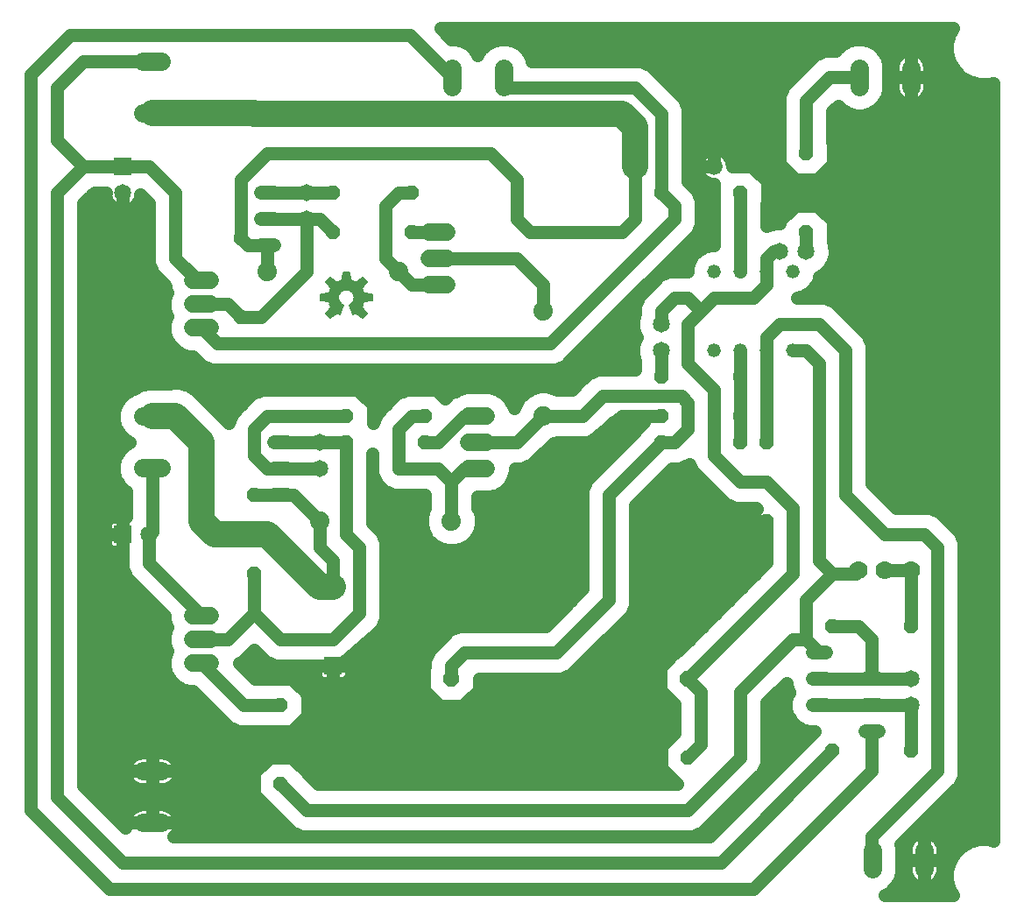
<source format=gbl>
G75*
%MOIN*%
%OFA0B0*%
%FSLAX24Y24*%
%IPPOS*%
%LPD*%
%AMOC8*
5,1,8,0,0,1.08239X$1,22.5*
%
%ADD10C,0.0520*%
%ADD11OC8,0.0520*%
%ADD12C,0.0650*%
%ADD13C,0.0520*%
%ADD14C,0.0700*%
%ADD15C,0.0660*%
%ADD16C,0.0059*%
%ADD17OC8,0.0600*%
%ADD18C,0.0660*%
%ADD19R,0.0650X0.0650*%
%ADD20C,0.0740*%
%ADD21C,0.0700*%
%ADD22C,0.0500*%
%ADD23C,0.0160*%
%ADD24C,0.1000*%
D10*
X028850Y024000D03*
X029850Y024000D03*
X030850Y024000D03*
X031850Y024000D03*
X031850Y027000D03*
X030850Y027000D03*
X029850Y027000D03*
X028850Y027000D03*
D11*
X029850Y030000D03*
X032350Y028500D03*
X032350Y031500D03*
X026850Y030000D03*
X026850Y023000D03*
X026850Y021500D03*
X026850Y020500D03*
X029850Y020500D03*
X030850Y020500D03*
X029850Y021500D03*
X029850Y023000D03*
X030850Y017500D03*
X033350Y013500D03*
X036350Y013500D03*
X036350Y008750D03*
X033350Y008750D03*
X027850Y008500D03*
X024850Y008500D03*
X012350Y007500D03*
X012350Y010500D03*
X011350Y015500D03*
X011350Y018500D03*
X014850Y020500D03*
X014850Y021500D03*
X017850Y021500D03*
X017850Y020500D03*
X010850Y025250D03*
X010850Y028250D03*
X014350Y028500D03*
X014350Y030000D03*
X017350Y030000D03*
X017350Y028500D03*
D12*
X013350Y029000D03*
X013350Y030000D03*
X006350Y030000D03*
X013850Y020500D03*
X013850Y019500D03*
X007350Y017000D03*
X026850Y024000D03*
X026850Y025000D03*
X031350Y027750D03*
X032350Y027750D03*
X036350Y011500D03*
X036350Y010500D03*
D13*
X035110Y010500D02*
X034590Y010500D01*
X034590Y009500D02*
X035110Y009500D01*
X035110Y011500D02*
X034590Y011500D01*
X033110Y011500D02*
X032590Y011500D01*
X032590Y010500D02*
X033110Y010500D01*
X033110Y012500D02*
X032590Y012500D01*
X012610Y018500D02*
X012090Y018500D01*
X012090Y019500D02*
X012610Y019500D01*
X012610Y020500D02*
X012090Y020500D01*
X012110Y028000D02*
X011590Y028000D01*
X011590Y029000D02*
X012110Y029000D01*
X012110Y030000D02*
X011590Y030000D01*
D14*
X007806Y033016D02*
X007106Y033016D01*
X007106Y034984D02*
X007806Y034984D01*
X018866Y034744D02*
X018866Y034044D01*
X020834Y034044D02*
X020834Y034744D01*
X034366Y034744D02*
X034366Y034044D01*
X036334Y034044D02*
X036334Y034744D01*
X007806Y021484D02*
X007106Y021484D01*
X007106Y019516D02*
X007806Y019516D01*
X007806Y007984D02*
X007106Y007984D01*
X007106Y006016D02*
X007806Y006016D01*
X034866Y004956D02*
X034866Y004256D01*
X036834Y004256D02*
X036834Y004956D01*
D15*
X020180Y019500D02*
X019520Y019500D01*
X019520Y020500D02*
X020180Y020500D01*
X020180Y021500D02*
X019520Y021500D01*
X018680Y026500D02*
X018020Y026500D01*
X018020Y027500D02*
X018680Y027500D01*
X018680Y028500D02*
X018020Y028500D01*
X009680Y026650D02*
X009020Y026650D01*
X009020Y025750D02*
X009680Y025750D01*
X009680Y024850D02*
X009020Y024850D01*
X009020Y013900D02*
X009680Y013900D01*
X009680Y013000D02*
X009020Y013000D01*
X009020Y012100D02*
X009680Y012100D01*
D16*
X014244Y025224D02*
X014491Y025426D01*
X014591Y025375D01*
X014732Y025716D01*
X014679Y025744D01*
X014632Y025782D01*
X014594Y025829D01*
X014566Y025882D01*
X014548Y025940D01*
X014542Y026000D01*
X014549Y026063D01*
X014568Y026123D01*
X014599Y026178D01*
X014641Y026225D01*
X014691Y026263D01*
X014748Y026290D01*
X014810Y026305D01*
X014873Y026307D01*
X014935Y026296D01*
X014994Y026272D01*
X015046Y026237D01*
X015090Y026192D01*
X015125Y026139D01*
X015147Y026080D01*
X015157Y026017D01*
X015154Y025954D01*
X015138Y025893D01*
X015110Y025836D01*
X015072Y025787D01*
X015023Y025746D01*
X014968Y025716D01*
X015109Y025375D01*
X015209Y025426D01*
X015456Y025224D01*
X015626Y025394D01*
X015424Y025641D01*
X015475Y025741D01*
X015509Y025848D01*
X015827Y025880D01*
X015827Y026120D01*
X015509Y026152D01*
X015475Y026259D01*
X015424Y026359D01*
X015626Y026606D01*
X015456Y026776D01*
X015209Y026574D01*
X015109Y026625D01*
X015002Y026659D01*
X014970Y026977D01*
X014730Y026977D01*
X014698Y026659D01*
X014591Y026625D01*
X014491Y026574D01*
X014244Y026776D01*
X014074Y026606D01*
X014276Y026359D01*
X014225Y026259D01*
X014191Y026152D01*
X013873Y026120D01*
X013873Y025880D01*
X014191Y025848D01*
X014225Y025741D01*
X014276Y025641D01*
X014074Y025394D01*
X014244Y025224D01*
X014212Y025256D02*
X014283Y025256D01*
X014353Y025313D02*
X014155Y025313D01*
X014097Y025371D02*
X014424Y025371D01*
X014613Y025429D02*
X014103Y025429D01*
X014150Y025486D02*
X014637Y025486D01*
X014661Y025544D02*
X014196Y025544D01*
X014243Y025601D02*
X014685Y025601D01*
X014709Y025659D02*
X014267Y025659D01*
X014238Y025716D02*
X014731Y025716D01*
X014643Y025774D02*
X014214Y025774D01*
X014196Y025831D02*
X014593Y025831D01*
X014564Y025889D02*
X013873Y025889D01*
X013873Y025947D02*
X014548Y025947D01*
X014543Y026004D02*
X013873Y026004D01*
X013873Y026062D02*
X014549Y026062D01*
X014567Y026119D02*
X013873Y026119D01*
X014199Y026177D02*
X014598Y026177D01*
X014653Y026234D02*
X014217Y026234D01*
X014242Y026292D02*
X014755Y026292D01*
X014944Y026292D02*
X015458Y026292D01*
X015483Y026234D02*
X015049Y026234D01*
X015100Y026177D02*
X015501Y026177D01*
X015429Y026349D02*
X014271Y026349D01*
X014237Y026407D02*
X015463Y026407D01*
X015510Y026465D02*
X014190Y026465D01*
X014143Y026522D02*
X015557Y026522D01*
X015604Y026580D02*
X015216Y026580D01*
X015197Y026580D02*
X014503Y026580D01*
X014484Y026580D02*
X014096Y026580D01*
X014106Y026637D02*
X014414Y026637D01*
X014343Y026695D02*
X014163Y026695D01*
X014221Y026752D02*
X014272Y026752D01*
X014629Y026637D02*
X015071Y026637D01*
X014999Y026695D02*
X014701Y026695D01*
X014707Y026752D02*
X014993Y026752D01*
X014987Y026810D02*
X014713Y026810D01*
X014719Y026867D02*
X014981Y026867D01*
X014975Y026925D02*
X014725Y026925D01*
X015286Y026637D02*
X015594Y026637D01*
X015537Y026695D02*
X015357Y026695D01*
X015428Y026752D02*
X015479Y026752D01*
X015132Y026119D02*
X015827Y026119D01*
X015827Y026062D02*
X015150Y026062D01*
X015156Y026004D02*
X015827Y026004D01*
X015827Y025947D02*
X015152Y025947D01*
X015136Y025889D02*
X015827Y025889D01*
X015504Y025831D02*
X015107Y025831D01*
X015057Y025774D02*
X015486Y025774D01*
X015462Y025716D02*
X014969Y025716D01*
X014991Y025659D02*
X015433Y025659D01*
X015457Y025601D02*
X015015Y025601D01*
X015039Y025544D02*
X015504Y025544D01*
X015550Y025486D02*
X015063Y025486D01*
X015087Y025429D02*
X015597Y025429D01*
X015603Y025371D02*
X015276Y025371D01*
X015347Y025313D02*
X015545Y025313D01*
X015488Y025256D02*
X015417Y025256D01*
D17*
X018850Y011500D03*
X027850Y011500D03*
D18*
X014350Y015000D03*
X028850Y031000D03*
D19*
X025850Y031000D03*
X006350Y031000D03*
X006350Y017000D03*
X014350Y012000D03*
D20*
X013850Y017500D03*
X018850Y017500D03*
X022350Y021500D03*
X022350Y025500D03*
X016850Y027000D03*
X011850Y027000D03*
D21*
X034350Y015625D03*
X035350Y015625D03*
X036350Y015625D03*
D22*
X030350Y003500D02*
X005850Y003500D01*
X002850Y006500D01*
X002850Y034500D01*
X004350Y036000D01*
X017259Y036000D01*
X018866Y034394D01*
X018866Y034484D02*
X018850Y034500D01*
X019850Y035239D02*
X019746Y035419D01*
X019541Y035624D01*
X019290Y035769D01*
X019011Y035844D01*
X018830Y035844D01*
X018428Y036246D01*
X037937Y036246D01*
X037814Y036033D01*
X037720Y035682D01*
X037720Y035318D01*
X037814Y034967D01*
X037996Y034653D01*
X038253Y034396D01*
X038567Y034214D01*
X038918Y034120D01*
X039282Y034120D01*
X039470Y034171D01*
X039470Y005329D01*
X039282Y005380D01*
X038918Y005380D01*
X038567Y005286D01*
X038253Y005104D01*
X037996Y004847D01*
X037814Y004533D01*
X037720Y004182D01*
X037720Y003818D01*
X037814Y003467D01*
X037940Y003250D01*
X035323Y003250D01*
X035541Y003376D01*
X035746Y003581D01*
X035891Y003832D01*
X035966Y004111D01*
X035966Y005101D01*
X035945Y005180D01*
X037916Y007152D01*
X038198Y007434D01*
X038350Y007801D01*
X038350Y016699D01*
X038198Y017066D01*
X037416Y017848D01*
X037049Y018000D01*
X035764Y018000D01*
X034850Y018914D01*
X034850Y024199D01*
X034698Y024566D01*
X034416Y024848D01*
X033698Y025566D01*
X033416Y025848D01*
X033049Y026000D01*
X032020Y026000D01*
X032240Y026059D01*
X032470Y026192D01*
X032658Y026380D01*
X032791Y026610D01*
X032840Y026791D01*
X033010Y026890D01*
X033210Y027090D01*
X033352Y027335D01*
X033425Y027608D01*
X033425Y027892D01*
X033360Y028134D01*
X033360Y028918D01*
X032768Y029510D01*
X031932Y029510D01*
X031340Y028918D01*
X031340Y028825D01*
X031208Y028825D01*
X030935Y028752D01*
X030932Y028750D01*
X030901Y028750D01*
X030850Y028729D01*
X030850Y029572D01*
X030860Y029582D01*
X030860Y030418D01*
X030268Y031010D01*
X029530Y031010D01*
X029530Y031045D01*
X029518Y031133D01*
X029495Y031219D01*
X029461Y031301D01*
X029417Y031379D01*
X029362Y031449D01*
X029299Y031512D01*
X029229Y031567D01*
X029151Y031611D01*
X029069Y031645D01*
X028983Y031668D01*
X028895Y031680D01*
X028850Y031680D01*
X028850Y031000D01*
X028850Y031000D01*
X028850Y031000D01*
X028170Y031000D01*
X028170Y031045D01*
X028182Y031133D01*
X028205Y031219D01*
X028239Y031301D01*
X028283Y031379D01*
X028338Y031449D01*
X028401Y031512D01*
X028471Y031567D01*
X028549Y031611D01*
X028631Y031645D01*
X028717Y031668D01*
X028805Y031680D01*
X028850Y031680D01*
X028850Y031000D01*
X028170Y031000D01*
X028170Y030955D01*
X028182Y030867D01*
X028205Y030781D01*
X028239Y030699D01*
X028283Y030621D01*
X028338Y030551D01*
X028401Y030488D01*
X028471Y030433D01*
X028549Y030389D01*
X028631Y030355D01*
X028717Y030332D01*
X028805Y030320D01*
X028840Y030320D01*
X028840Y029582D01*
X028850Y029572D01*
X028850Y028010D01*
X028717Y028010D01*
X028460Y027941D01*
X028230Y027808D01*
X028042Y027620D01*
X027909Y027390D01*
X027840Y027133D01*
X027840Y027000D01*
X027151Y027000D01*
X026784Y026848D01*
X026502Y026566D01*
X026002Y026066D01*
X025850Y025699D01*
X025850Y025418D01*
X025848Y025415D01*
X025775Y025142D01*
X025775Y024858D01*
X025848Y024585D01*
X025897Y024500D01*
X025848Y024415D01*
X025775Y024142D01*
X025775Y023858D01*
X025848Y023585D01*
X025850Y023582D01*
X025850Y023428D01*
X025840Y023418D01*
X025840Y023250D01*
X024401Y023250D01*
X024034Y023098D01*
X023752Y022816D01*
X023436Y022500D01*
X022858Y022500D01*
X022782Y022544D01*
X022497Y022620D01*
X022203Y022620D01*
X021918Y022544D01*
X021662Y022396D01*
X021454Y022188D01*
X021306Y021932D01*
X021284Y021848D01*
X021222Y021786D01*
X021186Y021917D01*
X021044Y022163D01*
X020843Y022364D01*
X020597Y022506D01*
X020322Y022580D01*
X019378Y022580D01*
X019103Y022506D01*
X018942Y022413D01*
X018784Y022348D01*
X018607Y022171D01*
X018268Y022510D01*
X017432Y022510D01*
X017422Y022500D01*
X017151Y022500D01*
X016784Y022348D01*
X016284Y021848D01*
X016002Y021566D01*
X015860Y021223D01*
X015860Y021918D01*
X015268Y022510D01*
X014432Y022510D01*
X014422Y022500D01*
X011651Y022500D01*
X011284Y022348D01*
X010784Y021848D01*
X010502Y021566D01*
X010367Y021239D01*
X010350Y021268D01*
X010118Y021500D01*
X009118Y022500D01*
X008832Y022665D01*
X008515Y022750D01*
X008185Y022750D01*
X008127Y022734D01*
X007292Y022734D01*
X006974Y022649D01*
X006775Y022534D01*
X006682Y022509D01*
X006431Y022364D01*
X006226Y022160D01*
X006081Y021909D01*
X006006Y021629D01*
X006006Y021339D01*
X006081Y021060D01*
X006226Y020809D01*
X006431Y020604D01*
X006611Y020500D01*
X006431Y020396D01*
X006226Y020191D01*
X006081Y019940D01*
X006006Y019661D01*
X006006Y019371D01*
X006081Y019091D01*
X006226Y018840D01*
X006431Y018636D01*
X006456Y018621D01*
X006456Y017675D01*
X006350Y017675D01*
X006350Y017418D01*
X006350Y017418D01*
X006350Y017675D01*
X005991Y017675D01*
X005923Y017662D01*
X005859Y017635D01*
X005802Y017597D01*
X005753Y017548D01*
X005715Y017491D01*
X005688Y017427D01*
X005675Y017359D01*
X005675Y017000D01*
X006275Y017000D01*
X006275Y017000D01*
X005675Y017000D01*
X005675Y016641D01*
X005688Y016573D01*
X005715Y016509D01*
X005753Y016452D01*
X005802Y016403D01*
X005859Y016365D01*
X005923Y016338D01*
X005991Y016325D01*
X006350Y016325D01*
X006350Y016582D01*
X006350Y015701D01*
X006502Y015334D01*
X007940Y013896D01*
X007940Y013758D01*
X008014Y013483D01*
X008033Y013450D01*
X008014Y013417D01*
X007940Y013142D01*
X007940Y012858D01*
X008014Y012583D01*
X008033Y012550D01*
X008014Y012517D01*
X007940Y012242D01*
X007940Y011958D01*
X008014Y011683D01*
X008156Y011437D01*
X008357Y011236D01*
X008603Y011094D01*
X008878Y011020D01*
X009016Y011020D01*
X010102Y009934D01*
X010384Y009652D01*
X010751Y009500D01*
X011922Y009500D01*
X011932Y009490D01*
X012768Y009490D01*
X013360Y010082D01*
X013360Y010918D01*
X012768Y011510D01*
X011932Y011510D01*
X011922Y011500D01*
X011364Y011500D01*
X010772Y012092D01*
X010916Y012152D01*
X011350Y012586D01*
X011784Y012152D01*
X012151Y012000D01*
X014350Y012000D01*
X014549Y012000D01*
X015025Y012000D01*
X015025Y012261D01*
X015198Y012434D01*
X016198Y013434D01*
X016350Y013801D01*
X016350Y016699D01*
X016198Y017066D01*
X015916Y017348D01*
X015850Y017414D01*
X015850Y020072D01*
X015850Y019301D01*
X016002Y018934D01*
X016284Y018652D01*
X016651Y018500D01*
X017850Y018500D01*
X017850Y018008D01*
X017806Y017932D01*
X017730Y017647D01*
X017730Y017353D01*
X017806Y017068D01*
X017954Y016812D01*
X018162Y016604D01*
X018418Y016456D01*
X018703Y016380D01*
X018997Y016380D01*
X019282Y016456D01*
X019538Y016604D01*
X019746Y016812D01*
X019894Y017068D01*
X019970Y017353D01*
X019970Y017647D01*
X019894Y017932D01*
X019850Y018008D01*
X019850Y018420D01*
X020322Y018420D01*
X020597Y018494D01*
X020843Y018636D01*
X021044Y018837D01*
X021186Y019083D01*
X021260Y019358D01*
X021260Y019500D01*
X021549Y019500D01*
X021916Y019652D01*
X022698Y020434D01*
X022782Y020456D01*
X022858Y020500D01*
X024049Y020500D01*
X024416Y020652D01*
X025014Y021250D01*
X026172Y021250D01*
X025840Y020918D01*
X025840Y020904D01*
X024002Y019066D01*
X023850Y018699D01*
X023850Y014914D01*
X022436Y013500D01*
X019151Y013500D01*
X018784Y013348D01*
X018502Y013066D01*
X018002Y012566D01*
X017850Y012199D01*
X017850Y011985D01*
X017800Y011935D01*
X017800Y011065D01*
X018415Y010450D01*
X019285Y010450D01*
X019900Y011065D01*
X019900Y011500D01*
X023049Y011500D01*
X023416Y011652D01*
X025698Y013934D01*
X025850Y014301D01*
X025850Y018086D01*
X027254Y019490D01*
X027268Y019490D01*
X027278Y019500D01*
X027549Y019500D01*
X027912Y019651D01*
X028002Y019434D01*
X028284Y019152D01*
X029284Y018152D01*
X029651Y018000D01*
X030436Y018000D01*
X030462Y017974D01*
X030240Y017753D01*
X030240Y017500D01*
X030850Y017500D01*
X030850Y015914D01*
X027486Y012550D01*
X027415Y012550D01*
X026800Y011935D01*
X026800Y011065D01*
X027350Y010515D01*
X027350Y009428D01*
X026840Y008918D01*
X026840Y008082D01*
X027422Y007500D01*
X013764Y007500D01*
X013360Y007904D01*
X013360Y007918D01*
X012768Y008510D01*
X011932Y008510D01*
X011340Y007918D01*
X011340Y007082D01*
X011932Y006490D01*
X011946Y006490D01*
X012502Y005934D01*
X012784Y005652D01*
X013151Y005500D01*
X028049Y005500D01*
X028416Y005652D01*
X030416Y007652D01*
X030698Y007934D01*
X030850Y008301D01*
X030850Y010586D01*
X031591Y011327D01*
X031649Y011110D01*
X031712Y011000D01*
X031649Y010890D01*
X031580Y010633D01*
X031580Y010367D01*
X031649Y010110D01*
X031782Y009880D01*
X031970Y009692D01*
X032200Y009559D01*
X032457Y009490D01*
X032662Y009490D01*
X032340Y009168D01*
X032340Y009154D01*
X028686Y005500D01*
X008280Y005500D01*
X008334Y005553D01*
X008390Y005626D01*
X008435Y005705D01*
X008471Y005790D01*
X008494Y005879D01*
X008506Y005970D01*
X008506Y006016D01*
X008506Y006062D01*
X008494Y006153D01*
X008471Y006241D01*
X008435Y006326D01*
X008390Y006405D01*
X008334Y006478D01*
X008269Y006543D01*
X008196Y006599D01*
X008117Y006645D01*
X008032Y006680D01*
X007943Y006704D01*
X007852Y006716D01*
X007456Y006716D01*
X007060Y006716D01*
X006969Y006704D01*
X006881Y006680D01*
X006796Y006645D01*
X006717Y006599D01*
X006644Y006543D01*
X006579Y006478D01*
X006523Y006405D01*
X006477Y006326D01*
X006442Y006241D01*
X006418Y006153D01*
X006406Y006062D01*
X006406Y006016D01*
X007456Y006016D01*
X007456Y006016D01*
X007456Y006716D01*
X007456Y006016D01*
X007456Y006016D01*
X006406Y006016D01*
X006406Y005970D01*
X006418Y005879D01*
X006430Y005834D01*
X004850Y007414D01*
X004850Y029586D01*
X005264Y030000D01*
X005695Y030000D01*
X005675Y030000D01*
X005675Y029956D01*
X005687Y029868D01*
X005709Y029783D01*
X005743Y029701D01*
X005788Y029624D01*
X005841Y029554D01*
X005904Y029491D01*
X005974Y029438D01*
X006051Y029393D01*
X006133Y029359D01*
X006218Y029337D01*
X006306Y029325D01*
X006350Y029325D01*
X006394Y029325D01*
X006482Y029337D01*
X006567Y029359D01*
X006649Y029393D01*
X006726Y029438D01*
X006796Y029491D01*
X006859Y029554D01*
X006912Y029624D01*
X006957Y029701D01*
X006991Y029783D01*
X007013Y029868D01*
X007020Y029916D01*
X007350Y029586D01*
X007350Y027301D01*
X007502Y026934D01*
X007944Y026491D01*
X008014Y026233D01*
X008033Y026200D01*
X008014Y026167D01*
X007940Y025892D01*
X007940Y025608D01*
X008014Y025333D01*
X008033Y025300D01*
X008014Y025267D01*
X007940Y024992D01*
X007940Y024708D01*
X008014Y024433D01*
X008156Y024187D01*
X008357Y023986D01*
X008603Y023844D01*
X008878Y023770D01*
X009016Y023770D01*
X009384Y023402D01*
X009751Y023250D01*
X022799Y023250D01*
X023166Y023402D01*
X023448Y023684D01*
X028198Y028434D01*
X028350Y028801D01*
X028350Y029699D01*
X028198Y030066D01*
X027916Y030348D01*
X027860Y030404D01*
X027860Y030418D01*
X027850Y030428D01*
X027850Y033199D01*
X027698Y033566D01*
X027416Y033848D01*
X026416Y034848D01*
X026049Y035000D01*
X021904Y035000D01*
X021859Y035168D01*
X021714Y035419D01*
X021510Y035624D01*
X021259Y035769D01*
X020979Y035844D01*
X020689Y035844D01*
X020410Y035769D01*
X020159Y035624D01*
X019954Y035419D01*
X019850Y035239D01*
X019755Y035404D02*
X019945Y035404D01*
X020834Y034394D02*
X020834Y034266D01*
X021100Y034000D01*
X025850Y034000D01*
X026850Y033000D01*
X026850Y030000D01*
X027350Y029500D01*
X027350Y029000D01*
X022600Y024250D01*
X009950Y024250D01*
X009350Y024850D01*
X008439Y023939D02*
X004850Y023939D01*
X004850Y024437D02*
X008013Y024437D01*
X007940Y024936D02*
X004850Y024936D01*
X004850Y025434D02*
X007987Y025434D01*
X007951Y025933D02*
X004850Y025933D01*
X004850Y026431D02*
X007961Y026431D01*
X007506Y026930D02*
X004850Y026930D01*
X004850Y027428D02*
X007350Y027428D01*
X007350Y027927D02*
X004850Y027927D01*
X004850Y028425D02*
X007350Y028425D01*
X007350Y028924D02*
X004850Y028924D01*
X004850Y029422D02*
X006001Y029422D01*
X006350Y029422D02*
X006350Y029422D01*
X006350Y029325D02*
X006350Y029925D01*
X006350Y029325D01*
X006699Y029422D02*
X007350Y029422D01*
X008350Y030000D02*
X007350Y031000D01*
X006350Y031000D01*
X004850Y031000D01*
X003850Y030000D01*
X003850Y007000D01*
X006350Y004500D01*
X029100Y004500D01*
X033350Y008750D01*
X032654Y009482D02*
X030850Y009482D01*
X030850Y008984D02*
X032169Y008984D01*
X031671Y008485D02*
X030850Y008485D01*
X030720Y007987D02*
X031172Y007987D01*
X030674Y007488D02*
X030252Y007488D01*
X030175Y006990D02*
X029754Y006990D01*
X029677Y006491D02*
X029255Y006491D01*
X029178Y005993D02*
X028757Y005993D01*
X027850Y006500D02*
X029850Y008500D01*
X029850Y011000D01*
X031850Y013000D01*
X032350Y013000D01*
X032350Y014500D01*
X033350Y015500D01*
X032850Y016000D01*
X032850Y023500D01*
X032350Y024000D01*
X031850Y024000D01*
X030850Y024000D02*
X030850Y024500D01*
X031350Y025000D01*
X032850Y025000D01*
X033850Y024000D01*
X033850Y018500D01*
X035350Y017000D01*
X036850Y017000D01*
X037350Y016500D01*
X037350Y008000D01*
X034850Y005500D01*
X034850Y004622D01*
X034866Y004606D01*
X035966Y004497D02*
X036134Y004497D01*
X036134Y004606D02*
X036134Y004210D01*
X036146Y004119D01*
X036170Y004031D01*
X036205Y003946D01*
X036251Y003867D01*
X036307Y003794D01*
X036372Y003729D01*
X036445Y003673D01*
X036524Y003627D01*
X036609Y003592D01*
X036697Y003568D01*
X036788Y003556D01*
X036834Y003556D01*
X036834Y004606D01*
X036834Y004606D01*
X036134Y004606D01*
X036834Y004606D01*
X036834Y004606D01*
X036834Y003556D01*
X036880Y003556D01*
X036971Y003568D01*
X037060Y003592D01*
X037145Y003627D01*
X037224Y003673D01*
X037297Y003729D01*
X037362Y003794D01*
X037418Y003867D01*
X037463Y003946D01*
X037499Y004031D01*
X037522Y004119D01*
X037534Y004210D01*
X037534Y004606D01*
X036834Y004606D01*
X036834Y004606D01*
X036834Y005656D01*
X036788Y005656D01*
X036697Y005644D01*
X036609Y005621D01*
X036524Y005585D01*
X036445Y005540D01*
X036372Y005484D01*
X036307Y005419D01*
X036251Y005346D01*
X036205Y005267D01*
X036170Y005182D01*
X036146Y005093D01*
X036134Y005002D01*
X036134Y004606D01*
X036134Y004996D02*
X035966Y004996D01*
X036258Y005494D02*
X036385Y005494D01*
X036834Y005494D02*
X036834Y005494D01*
X036834Y005656D02*
X036834Y004606D01*
X036834Y004606D01*
X037534Y004606D01*
X037534Y005002D01*
X037522Y005093D01*
X037499Y005182D01*
X037463Y005267D01*
X037418Y005346D01*
X037362Y005419D01*
X037297Y005484D01*
X037224Y005540D01*
X037145Y005585D01*
X037060Y005621D01*
X036971Y005644D01*
X036880Y005656D01*
X036834Y005656D01*
X036757Y005993D02*
X039470Y005993D01*
X039470Y006491D02*
X037255Y006491D01*
X037754Y006990D02*
X039470Y006990D01*
X039470Y007488D02*
X038220Y007488D01*
X038350Y007987D02*
X039470Y007987D01*
X039470Y008485D02*
X038350Y008485D01*
X038350Y008984D02*
X039470Y008984D01*
X039470Y009482D02*
X038350Y009482D01*
X038350Y009981D02*
X039470Y009981D01*
X039470Y010479D02*
X038350Y010479D01*
X038350Y010978D02*
X039470Y010978D01*
X039470Y011476D02*
X038350Y011476D01*
X038350Y011975D02*
X039470Y011975D01*
X039470Y012473D02*
X038350Y012473D01*
X038350Y012972D02*
X039470Y012972D01*
X039470Y013470D02*
X038350Y013470D01*
X038350Y013969D02*
X039470Y013969D01*
X039470Y014467D02*
X038350Y014467D01*
X038350Y014966D02*
X039470Y014966D01*
X039470Y015464D02*
X038350Y015464D01*
X038350Y015963D02*
X039470Y015963D01*
X039470Y016461D02*
X038350Y016461D01*
X038242Y016960D02*
X039470Y016960D01*
X039470Y017458D02*
X037806Y017458D01*
X037154Y017957D02*
X039470Y017957D01*
X039470Y018455D02*
X035309Y018455D01*
X034850Y018954D02*
X039470Y018954D01*
X039470Y019452D02*
X034850Y019452D01*
X034850Y019951D02*
X039470Y019951D01*
X039470Y020449D02*
X034850Y020449D01*
X034850Y020948D02*
X039470Y020948D01*
X039470Y021446D02*
X034850Y021446D01*
X034850Y021945D02*
X039470Y021945D01*
X039470Y022443D02*
X034850Y022443D01*
X034850Y022942D02*
X039470Y022942D01*
X039470Y023440D02*
X034850Y023440D01*
X034850Y023939D02*
X039470Y023939D01*
X039470Y024437D02*
X034751Y024437D01*
X034416Y024848D02*
X034416Y024848D01*
X034329Y024936D02*
X039470Y024936D01*
X039470Y025434D02*
X033830Y025434D01*
X033212Y025933D02*
X039470Y025933D01*
X039470Y026431D02*
X032688Y026431D01*
X033050Y026930D02*
X039470Y026930D01*
X039470Y027428D02*
X033377Y027428D01*
X033416Y027927D02*
X039470Y027927D01*
X039470Y028425D02*
X033360Y028425D01*
X033355Y028924D02*
X039470Y028924D01*
X039470Y029422D02*
X032856Y029422D01*
X031844Y029422D02*
X030850Y029422D01*
X030850Y028924D02*
X031345Y028924D01*
X032350Y028500D02*
X032350Y027750D01*
X031350Y027750D02*
X031100Y027750D01*
X030850Y027500D01*
X030850Y027000D01*
X030850Y026500D01*
X030350Y026000D01*
X028850Y026000D01*
X028350Y025500D01*
X027850Y026000D01*
X027350Y026000D01*
X026850Y025500D01*
X026850Y025000D01*
X025775Y024936D02*
X024700Y024936D01*
X024201Y024437D02*
X025861Y024437D01*
X025775Y023939D02*
X023703Y023939D01*
X023204Y023440D02*
X025850Y023440D01*
X026850Y023000D02*
X026850Y024000D01*
X027850Y023500D02*
X027850Y025000D01*
X028350Y025500D01*
X026981Y026930D02*
X026694Y026930D01*
X026502Y026566D02*
X026502Y026566D01*
X026367Y026431D02*
X026195Y026431D01*
X025947Y025933D02*
X025697Y025933D01*
X025850Y025434D02*
X025198Y025434D01*
X027192Y027428D02*
X027931Y027428D01*
X027691Y027927D02*
X028435Y027927D01*
X028189Y028425D02*
X028850Y028425D01*
X028850Y028924D02*
X028350Y028924D01*
X028350Y029422D02*
X028850Y029422D01*
X028840Y029921D02*
X028258Y029921D01*
X028496Y030419D02*
X027859Y030419D01*
X027850Y030918D02*
X028175Y030918D01*
X028312Y031416D02*
X027850Y031416D01*
X027850Y031915D02*
X031340Y031915D01*
X031340Y031918D02*
X031340Y031082D01*
X031932Y030490D01*
X032768Y030490D01*
X033360Y031082D01*
X033360Y031918D01*
X033350Y031928D01*
X033350Y033086D01*
X033559Y033295D01*
X033690Y033163D01*
X033941Y033019D01*
X034221Y032944D01*
X034511Y032944D01*
X034790Y033019D01*
X035041Y033163D01*
X035246Y033368D01*
X035391Y033619D01*
X035466Y033899D01*
X035466Y034889D01*
X035391Y035168D01*
X035246Y035419D01*
X035041Y035624D01*
X034790Y035769D01*
X034511Y035844D01*
X034221Y035844D01*
X033941Y035769D01*
X033690Y035624D01*
X033486Y035419D01*
X033471Y035394D01*
X033045Y035394D01*
X032677Y035241D01*
X032396Y034960D01*
X031502Y034066D01*
X031350Y033699D01*
X031350Y033301D01*
X031350Y031928D01*
X031340Y031918D01*
X031340Y031416D02*
X029388Y031416D01*
X028850Y031416D02*
X028850Y031416D01*
X027850Y032413D02*
X031350Y032413D01*
X031350Y032912D02*
X027850Y032912D01*
X027763Y033410D02*
X031350Y033410D01*
X031437Y033909D02*
X027356Y033909D01*
X026857Y034407D02*
X031843Y034407D01*
X032341Y034906D02*
X026277Y034906D01*
X025850Y031000D02*
X025850Y029000D01*
X025350Y028500D01*
X021850Y028500D01*
X021350Y029000D01*
X021350Y030500D01*
X020350Y031500D01*
X011850Y031500D01*
X010850Y030500D01*
X010850Y028250D01*
X011100Y028000D01*
X011850Y028000D01*
X011850Y027000D01*
X013350Y027000D02*
X013350Y029000D01*
X013850Y029000D01*
X014350Y028500D01*
X013350Y029000D02*
X011850Y029000D01*
X011850Y030000D02*
X013350Y030000D01*
X014350Y030000D01*
X016350Y029500D02*
X016350Y027500D01*
X016850Y027000D01*
X017350Y026500D01*
X018350Y026500D01*
X018350Y027500D02*
X021350Y027500D01*
X022350Y026500D01*
X022350Y025500D01*
X023877Y022942D02*
X004850Y022942D01*
X004850Y022443D02*
X006567Y022443D01*
X006102Y021945D02*
X004850Y021945D01*
X004850Y021446D02*
X006006Y021446D01*
X006146Y020948D02*
X004850Y020948D01*
X004850Y020449D02*
X006523Y020449D01*
X006087Y019951D02*
X004850Y019951D01*
X004850Y019452D02*
X006006Y019452D01*
X006161Y018954D02*
X004850Y018954D01*
X004850Y018455D02*
X006456Y018455D01*
X006456Y017957D02*
X004850Y017957D01*
X004850Y017458D02*
X005701Y017458D01*
X005675Y016960D02*
X004850Y016960D01*
X004850Y016461D02*
X005747Y016461D01*
X006350Y016461D02*
X006350Y016461D01*
X006350Y016582D02*
X006350Y016582D01*
X006350Y015963D02*
X004850Y015963D01*
X004850Y015464D02*
X006448Y015464D01*
X006870Y014966D02*
X004850Y014966D01*
X004850Y014467D02*
X007369Y014467D01*
X007867Y013969D02*
X004850Y013969D01*
X004850Y013470D02*
X008021Y013470D01*
X007940Y012972D02*
X004850Y012972D01*
X004850Y012473D02*
X008002Y012473D01*
X007940Y011975D02*
X004850Y011975D01*
X004850Y011476D02*
X008133Y011476D01*
X009058Y010978D02*
X004850Y010978D01*
X004850Y010479D02*
X009557Y010479D01*
X010055Y009981D02*
X004850Y009981D01*
X004850Y009482D02*
X027350Y009482D01*
X027350Y009981D02*
X013259Y009981D01*
X013360Y010479D02*
X018386Y010479D01*
X017888Y010978D02*
X013301Y010978D01*
X013753Y011452D02*
X013802Y011403D01*
X013859Y011365D01*
X013923Y011338D01*
X013991Y011325D01*
X014350Y011325D01*
X014709Y011325D01*
X014777Y011338D01*
X014841Y011365D01*
X014898Y011403D01*
X014947Y011452D01*
X014985Y011509D01*
X015012Y011573D01*
X015025Y011641D01*
X015025Y012000D01*
X014350Y012000D01*
X014350Y012000D01*
X014350Y011325D01*
X014350Y012000D01*
X014350Y012000D01*
X014350Y012000D01*
X013675Y012000D01*
X013675Y011641D01*
X013688Y011573D01*
X013715Y011509D01*
X013753Y011452D01*
X013737Y011476D02*
X012802Y011476D01*
X013675Y011975D02*
X010890Y011975D01*
X011237Y012473D02*
X011463Y012473D01*
X012350Y013000D02*
X011350Y014000D01*
X011350Y015500D01*
X011350Y014000D02*
X010350Y013000D01*
X009350Y013000D01*
X009350Y012100D02*
X010950Y010500D01*
X012350Y010500D01*
X011907Y008485D02*
X008295Y008485D01*
X008269Y008512D02*
X008196Y008568D01*
X008117Y008613D01*
X008032Y008649D01*
X007943Y008672D01*
X007852Y008684D01*
X007456Y008684D01*
X007060Y008684D01*
X006969Y008672D01*
X006881Y008649D01*
X006796Y008613D01*
X006717Y008568D01*
X006644Y008512D01*
X006579Y008447D01*
X006523Y008374D01*
X006477Y008295D01*
X006442Y008210D01*
X006418Y008121D01*
X006406Y008030D01*
X006406Y007984D01*
X006406Y007938D01*
X006418Y007847D01*
X006442Y007759D01*
X006477Y007674D01*
X006523Y007595D01*
X006579Y007522D01*
X006644Y007457D01*
X006717Y007401D01*
X006796Y007355D01*
X006881Y007320D01*
X006969Y007296D01*
X007060Y007284D01*
X007456Y007284D01*
X007456Y007984D01*
X006406Y007984D01*
X007456Y007984D01*
X007456Y007984D01*
X007456Y007984D01*
X007456Y007284D01*
X007852Y007284D01*
X007943Y007296D01*
X008032Y007320D01*
X008117Y007355D01*
X008196Y007401D01*
X008269Y007457D01*
X008334Y007522D01*
X008390Y007595D01*
X008435Y007674D01*
X008471Y007759D01*
X008494Y007847D01*
X008506Y007938D01*
X008506Y007984D01*
X007456Y007984D01*
X007456Y006016D01*
X008506Y006016D01*
X007456Y006016D01*
X007456Y006016D01*
X007456Y006491D02*
X007456Y006491D01*
X006592Y006491D02*
X005773Y006491D01*
X006272Y005993D02*
X006406Y005993D01*
X005275Y006990D02*
X011432Y006990D01*
X011931Y006491D02*
X008321Y006491D01*
X008506Y005993D02*
X012443Y005993D01*
X013350Y006500D02*
X027850Y006500D01*
X026935Y007987D02*
X025199Y007987D01*
X025103Y007890D02*
X025460Y008247D01*
X025460Y008500D01*
X025460Y008753D01*
X025103Y009110D01*
X024850Y009110D01*
X024850Y008500D01*
X025460Y008500D01*
X024850Y008500D01*
X024850Y008500D01*
X024850Y008500D01*
X024850Y007890D01*
X025103Y007890D01*
X024850Y007890D02*
X024850Y008500D01*
X024850Y008500D01*
X024850Y008500D01*
X024240Y008500D01*
X024240Y008753D01*
X024597Y009110D01*
X024850Y009110D01*
X024850Y008500D01*
X024240Y008500D01*
X024240Y008247D01*
X024597Y007890D01*
X024850Y007890D01*
X024850Y007987D02*
X024850Y007987D01*
X024501Y007987D02*
X013292Y007987D01*
X012793Y008485D02*
X024240Y008485D01*
X024471Y008984D02*
X004850Y008984D01*
X004850Y008485D02*
X006617Y008485D01*
X006406Y007987D02*
X004850Y007987D01*
X004850Y007488D02*
X006613Y007488D01*
X007456Y007488D02*
X007456Y007488D01*
X007456Y007984D02*
X007456Y007984D01*
X007456Y008684D01*
X007456Y007984D01*
X007456Y007984D01*
X008506Y007984D01*
X008506Y008030D01*
X008494Y008121D01*
X008471Y008210D01*
X008435Y008295D01*
X008390Y008374D01*
X008334Y008447D01*
X008269Y008512D01*
X008506Y007987D02*
X011408Y007987D01*
X011340Y007488D02*
X008300Y007488D01*
X007456Y007987D02*
X007456Y007987D01*
X007456Y008485D02*
X007456Y008485D01*
X012350Y007500D02*
X013350Y006500D01*
X014350Y011476D02*
X014350Y011476D01*
X014350Y011975D02*
X014350Y011975D01*
X014549Y012000D02*
X014549Y012000D01*
X015025Y011975D02*
X017840Y011975D01*
X017800Y011476D02*
X014963Y011476D01*
X015237Y012473D02*
X017964Y012473D01*
X018407Y012972D02*
X015736Y012972D01*
X016213Y013470D02*
X019079Y013470D01*
X019350Y012500D02*
X022850Y012500D01*
X024850Y014500D01*
X024850Y018500D01*
X026850Y020500D01*
X027350Y020500D01*
X027850Y021000D01*
X027850Y022000D01*
X027600Y022250D01*
X024600Y022250D01*
X023850Y021500D01*
X022350Y021500D01*
X021350Y020500D01*
X019850Y020500D01*
X019850Y019500D02*
X019350Y019500D01*
X018850Y019000D01*
X018850Y017500D01*
X019831Y016960D02*
X023850Y016960D01*
X023850Y017458D02*
X019970Y017458D01*
X019880Y017957D02*
X023850Y017957D01*
X023850Y018455D02*
X020453Y018455D01*
X021112Y018954D02*
X023955Y018954D01*
X024388Y019452D02*
X021260Y019452D01*
X022215Y019951D02*
X024886Y019951D01*
X025385Y020449D02*
X022755Y020449D01*
X023850Y020250D02*
X025350Y021500D01*
X026850Y021500D01*
X025869Y020948D02*
X024712Y020948D01*
X023752Y022816D02*
X023752Y022816D01*
X021743Y022443D02*
X020707Y022443D01*
X021170Y021945D02*
X021313Y021945D01*
X019850Y021500D02*
X019350Y021500D01*
X018350Y020500D01*
X017850Y020500D01*
X018350Y019500D02*
X016850Y019500D01*
X016850Y021000D01*
X017350Y021500D01*
X017850Y021500D01*
X018335Y022443D02*
X018993Y022443D01*
X017014Y022443D02*
X015335Y022443D01*
X015834Y021945D02*
X016380Y021945D01*
X015952Y021446D02*
X015860Y021446D01*
X014850Y021500D02*
X011850Y021500D01*
X011350Y021000D01*
X011350Y020000D01*
X011850Y019500D01*
X012350Y019500D01*
X013850Y019500D01*
X013850Y020500D02*
X014850Y020500D01*
X014850Y017000D01*
X015350Y016500D01*
X015350Y014000D01*
X014350Y013000D01*
X012350Y013000D01*
X014350Y015000D02*
X014350Y016000D01*
X013850Y016500D01*
X013850Y017500D01*
X012850Y018500D01*
X012350Y018500D01*
X011350Y018500D01*
X012350Y020500D02*
X013850Y020500D01*
X015850Y020072D02*
X015850Y020072D01*
X015850Y019951D02*
X015850Y019951D01*
X015850Y019452D02*
X015850Y019452D01*
X015850Y018954D02*
X015994Y018954D01*
X015850Y018455D02*
X017850Y018455D01*
X017820Y017957D02*
X015850Y017957D01*
X015850Y017458D02*
X017730Y017458D01*
X017869Y016960D02*
X016242Y016960D01*
X016350Y016461D02*
X018410Y016461D01*
X019290Y016461D02*
X023850Y016461D01*
X023850Y015963D02*
X016350Y015963D01*
X016350Y015464D02*
X023850Y015464D01*
X023850Y014966D02*
X016350Y014966D01*
X016350Y014467D02*
X023403Y014467D01*
X022904Y013969D02*
X016350Y013969D01*
X018850Y012000D02*
X018850Y011500D01*
X018850Y012000D02*
X019350Y012500D01*
X019900Y011476D02*
X026800Y011476D01*
X026840Y011975D02*
X023739Y011975D01*
X024237Y012473D02*
X027338Y012473D01*
X027907Y012972D02*
X024736Y012972D01*
X025234Y013470D02*
X028406Y013470D01*
X028904Y013969D02*
X025712Y013969D01*
X025850Y014467D02*
X029403Y014467D01*
X029901Y014966D02*
X025850Y014966D01*
X025850Y015464D02*
X030400Y015464D01*
X030850Y015963D02*
X025850Y015963D01*
X025850Y016461D02*
X030850Y016461D01*
X030850Y016890D02*
X030850Y017500D01*
X030850Y017500D01*
X030850Y017500D01*
X030240Y017500D01*
X030240Y017247D01*
X030597Y016890D01*
X030850Y016890D01*
X030850Y016960D02*
X030850Y016960D01*
X030528Y016960D02*
X025850Y016960D01*
X025850Y017458D02*
X030240Y017458D01*
X030850Y017458D02*
X030850Y017458D01*
X030444Y017957D02*
X025850Y017957D01*
X026219Y018455D02*
X028981Y018455D01*
X028482Y018954D02*
X026718Y018954D01*
X027216Y019452D02*
X027995Y019452D01*
X028850Y020000D02*
X028850Y022500D01*
X027850Y023500D01*
X029850Y023000D02*
X029850Y021500D01*
X029850Y020500D01*
X030850Y020500D02*
X030850Y024000D01*
X029850Y024000D02*
X029850Y023000D01*
X028850Y020000D02*
X029850Y019000D01*
X030850Y019000D01*
X031850Y018000D01*
X031850Y015500D01*
X027850Y011500D01*
X028350Y011000D01*
X028350Y009000D01*
X027850Y008500D01*
X026905Y008984D02*
X025229Y008984D01*
X024850Y008984D02*
X024850Y008984D01*
X024850Y008485D02*
X024850Y008485D01*
X025460Y008485D02*
X026840Y008485D01*
X027350Y010479D02*
X019314Y010479D01*
X019812Y010978D02*
X026888Y010978D01*
X030850Y010479D02*
X031580Y010479D01*
X031724Y009981D02*
X030850Y009981D01*
X031242Y010978D02*
X031699Y010978D01*
X032850Y010500D02*
X034850Y010500D01*
X036350Y010500D01*
X036350Y008750D01*
X034850Y008000D02*
X034850Y009500D01*
X034850Y008000D02*
X030350Y003500D01*
X035665Y003500D02*
X037805Y003500D01*
X037720Y003999D02*
X037485Y003999D01*
X037534Y004497D02*
X037805Y004497D01*
X037534Y004996D02*
X038144Y004996D01*
X037283Y005494D02*
X039470Y005494D01*
X036834Y004996D02*
X036834Y004996D01*
X036834Y004497D02*
X036834Y004497D01*
X036834Y003999D02*
X036834Y003999D01*
X036183Y003999D02*
X035935Y003999D01*
X036350Y011500D02*
X034850Y011500D01*
X032850Y011500D01*
X032850Y012500D02*
X032350Y013000D01*
X033350Y013500D02*
X034350Y013500D01*
X034850Y013000D01*
X034850Y011500D01*
X036350Y013500D02*
X036350Y015625D01*
X035350Y015625D01*
X034350Y015625D02*
X034225Y015500D01*
X033350Y015500D01*
X029850Y027000D02*
X029850Y030000D01*
X030860Y029921D02*
X039470Y029921D01*
X039470Y030419D02*
X030859Y030419D01*
X030361Y030918D02*
X031504Y030918D01*
X032350Y031500D02*
X032350Y033500D01*
X033244Y034394D01*
X034366Y034394D01*
X035255Y035404D02*
X036099Y035404D01*
X036109Y035408D02*
X036024Y035373D01*
X035945Y035327D01*
X035872Y035271D01*
X035807Y035206D01*
X035751Y035133D01*
X035705Y035054D01*
X035670Y034969D01*
X035646Y034881D01*
X035634Y034790D01*
X035634Y034394D01*
X036334Y034394D01*
X036334Y035444D01*
X036288Y035444D01*
X036197Y035432D01*
X036109Y035408D01*
X036334Y035404D02*
X036334Y035404D01*
X036334Y035444D02*
X036334Y034394D01*
X036334Y034394D01*
X036334Y034394D01*
X035634Y034394D01*
X035634Y033998D01*
X035646Y033907D01*
X035670Y033818D01*
X035705Y033733D01*
X035751Y033654D01*
X035807Y033581D01*
X035872Y033516D01*
X035945Y033460D01*
X036024Y033415D01*
X036109Y033379D01*
X036197Y033356D01*
X036288Y033344D01*
X036334Y033344D01*
X036334Y034394D01*
X037034Y034394D01*
X037034Y034790D01*
X037022Y034881D01*
X036999Y034969D01*
X036963Y035054D01*
X036918Y035133D01*
X036862Y035206D01*
X036797Y035271D01*
X036724Y035327D01*
X036645Y035373D01*
X036560Y035408D01*
X036471Y035432D01*
X036380Y035444D01*
X036334Y035444D01*
X036569Y035404D02*
X037720Y035404D01*
X037850Y034906D02*
X037016Y034906D01*
X037034Y034407D02*
X038241Y034407D01*
X037034Y034394D02*
X037034Y033998D01*
X037022Y033907D01*
X036999Y033818D01*
X036963Y033733D01*
X036918Y033654D01*
X036862Y033581D01*
X036797Y033516D01*
X036724Y033460D01*
X036645Y033415D01*
X036560Y033379D01*
X036471Y033356D01*
X036380Y033344D01*
X036334Y033344D01*
X036334Y034394D01*
X036334Y034394D01*
X036334Y034394D01*
X037034Y034394D01*
X036334Y034407D02*
X036334Y034407D01*
X036334Y034906D02*
X036334Y034906D01*
X035653Y034906D02*
X035461Y034906D01*
X035466Y034407D02*
X035634Y034407D01*
X035646Y033909D02*
X035466Y033909D01*
X035270Y033410D02*
X036035Y033410D01*
X036334Y033410D02*
X036334Y033410D01*
X036634Y033410D02*
X039470Y033410D01*
X039470Y032912D02*
X033350Y032912D01*
X033350Y032413D02*
X039470Y032413D01*
X039470Y031915D02*
X033360Y031915D01*
X033360Y031416D02*
X039470Y031416D01*
X039470Y030918D02*
X033196Y030918D01*
X036334Y033909D02*
X036334Y033909D01*
X037022Y033909D02*
X039470Y033909D01*
X037779Y035903D02*
X018771Y035903D01*
X021723Y035404D02*
X033477Y035404D01*
X018350Y028500D02*
X017350Y028500D01*
X016350Y029500D02*
X016850Y030000D01*
X017350Y030000D01*
X013350Y027000D02*
X011600Y025250D01*
X010850Y025250D01*
X010350Y025750D01*
X009350Y025750D01*
X009350Y026650D02*
X009200Y026650D01*
X008350Y027500D01*
X008350Y030000D01*
X006350Y029925D02*
X006350Y029925D01*
X006350Y029921D02*
X006350Y029921D01*
X005695Y030000D02*
X005695Y030000D01*
X005680Y029921D02*
X005185Y029921D01*
X004850Y031000D02*
X003850Y032000D01*
X003850Y034000D01*
X004850Y035000D01*
X007441Y035000D01*
X007456Y034984D01*
X009346Y023440D02*
X004850Y023440D01*
X007456Y019516D02*
X007456Y017106D01*
X007350Y017000D01*
X007350Y015900D01*
X009350Y013900D01*
X009350Y014000D01*
X006350Y017458D02*
X006350Y017458D01*
X010172Y021446D02*
X010452Y021446D01*
X010880Y021945D02*
X009673Y021945D01*
X009175Y022443D02*
X011514Y022443D01*
X018350Y019500D02*
X018850Y019000D01*
D23*
X023850Y020250D02*
X014350Y012000D01*
D24*
X014350Y015000D02*
X013850Y015000D01*
X011850Y017000D01*
X009850Y017000D01*
X009350Y017500D01*
X009350Y018500D01*
X009350Y019000D01*
X009350Y020500D01*
X008350Y021500D01*
X008334Y021484D01*
X007456Y021484D01*
X007456Y033016D02*
X011334Y033016D01*
X011350Y033000D01*
X025350Y033000D01*
X025850Y032500D01*
X025850Y031000D01*
M02*

</source>
